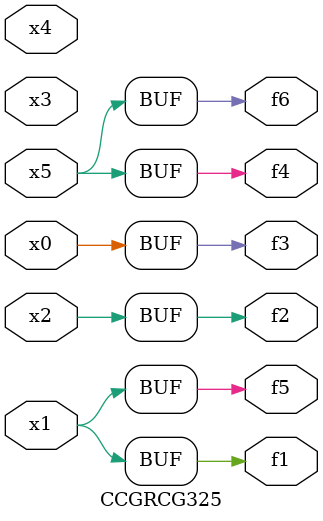
<source format=v>
module CCGRCG325(
	input x0, x1, x2, x3, x4, x5,
	output f1, f2, f3, f4, f5, f6
);
	assign f1 = x1;
	assign f2 = x2;
	assign f3 = x0;
	assign f4 = x5;
	assign f5 = x1;
	assign f6 = x5;
endmodule

</source>
